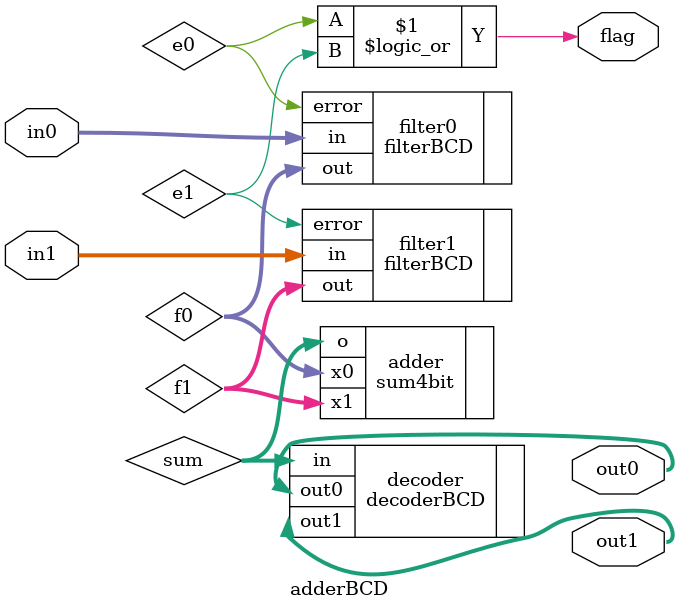
<source format=v>
`include "src/decoderBCD/decoderBCD.v"
`include "src/sum4bit/sum4bit.v"
`include "src/filterBCD/filterBCD.v"

module adderBCD(
    in0,    //BCD Input 0
    in1,    //BCD Input 1
    out0,   //BCD Output 0
    out1,   //BCD Output 1
    flag
);

//Defining Inputs
input [3:0] in0; //BCD Input 0
input [3:0] in1; //BCD Input 1

//Defining Outputs
output [3:0] out0;  //BCD Output digit 0
output [3:0] out1;  //BCD Output digit 1
output flag;

//Defining data types
wire [3:0] in0, in1;
wire [4:0] sum;
wire [3:0] out0,out1;
wire [3:0] f0, f1;
wire e0, e1;

//Declaring and connecting modules
filterBCD filter0(
    .in(in0),
    .out(f0),
    .error(e0)
    );
filterBCD filter1(
    .in(in1),
    .out(f1),
    .error(e1)
    );
sum4bit adder(
    .x0(f0),
    .x1(f1),
    .o(sum)
    );
decoderBCD decoder (
    .in(sum),
    .out0(out0),
    .out1(out1)
    );

assign flag = e0 || e1;

endmodule
</source>
